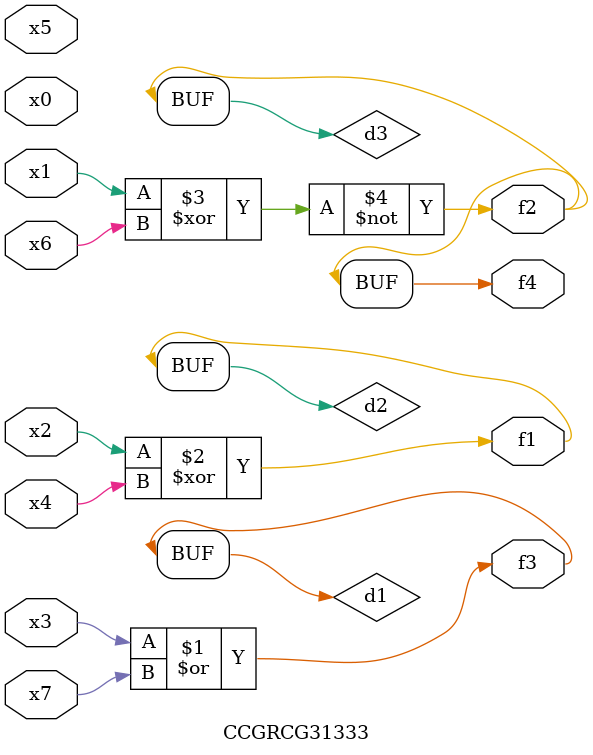
<source format=v>
module CCGRCG31333(
	input x0, x1, x2, x3, x4, x5, x6, x7,
	output f1, f2, f3, f4
);

	wire d1, d2, d3;

	or (d1, x3, x7);
	xor (d2, x2, x4);
	xnor (d3, x1, x6);
	assign f1 = d2;
	assign f2 = d3;
	assign f3 = d1;
	assign f4 = d3;
endmodule

</source>
